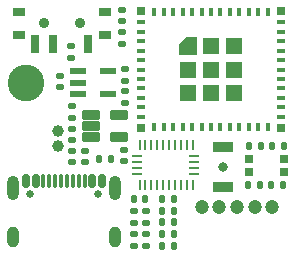
<source format=gts>
G04 #@! TF.GenerationSoftware,KiCad,Pcbnew,8.0.2*
G04 #@! TF.CreationDate,2024-11-03T01:21:08-07:00*
G04 #@! TF.ProjectId,uSlime,75536c69-6d65-42e6-9b69-6361645f7063,rev?*
G04 #@! TF.SameCoordinates,Original*
G04 #@! TF.FileFunction,Soldermask,Top*
G04 #@! TF.FilePolarity,Negative*
%FSLAX46Y46*%
G04 Gerber Fmt 4.6, Leading zero omitted, Abs format (unit mm)*
G04 Created by KiCad (PCBNEW 8.0.2) date 2024-11-03 01:21:08*
%MOMM*%
%LPD*%
G01*
G04 APERTURE LIST*
G04 Aperture macros list*
%AMRoundRect*
0 Rectangle with rounded corners*
0 $1 Rounding radius*
0 $2 $3 $4 $5 $6 $7 $8 $9 X,Y pos of 4 corners*
0 Add a 4 corners polygon primitive as box body*
4,1,4,$2,$3,$4,$5,$6,$7,$8,$9,$2,$3,0*
0 Add four circle primitives for the rounded corners*
1,1,$1+$1,$2,$3*
1,1,$1+$1,$4,$5*
1,1,$1+$1,$6,$7*
1,1,$1+$1,$8,$9*
0 Add four rect primitives between the rounded corners*
20,1,$1+$1,$2,$3,$4,$5,0*
20,1,$1+$1,$4,$5,$6,$7,0*
20,1,$1+$1,$6,$7,$8,$9,0*
20,1,$1+$1,$8,$9,$2,$3,0*%
%AMFreePoly0*
4,1,6,0.725000,-0.725000,-0.725000,-0.725000,-0.725000,0.125000,-0.125000,0.725000,0.725000,0.725000,0.725000,-0.725000,0.725000,-0.725000,$1*%
G04 Aperture macros list end*
%ADD10RoundRect,0.147500X-0.172500X0.147500X-0.172500X-0.147500X0.172500X-0.147500X0.172500X0.147500X0*%
%ADD11C,1.200000*%
%ADD12RoundRect,0.135000X-0.135000X-0.185000X0.135000X-0.185000X0.135000X0.185000X-0.135000X0.185000X0*%
%ADD13RoundRect,0.135000X0.135000X0.185000X-0.135000X0.185000X-0.135000X-0.185000X0.135000X-0.185000X0*%
%ADD14R,0.800000X0.700000*%
%ADD15RoundRect,0.135000X0.185000X-0.135000X0.185000X0.135000X-0.185000X0.135000X-0.185000X-0.135000X0*%
%ADD16RoundRect,0.140000X0.170000X-0.140000X0.170000X0.140000X-0.170000X0.140000X-0.170000X-0.140000X0*%
%ADD17RoundRect,0.140000X0.140000X0.170000X-0.140000X0.170000X-0.140000X-0.170000X0.140000X-0.170000X0*%
%ADD18RoundRect,0.140000X-0.170000X0.140000X-0.170000X-0.140000X0.170000X-0.140000X0.170000X0.140000X0*%
%ADD19C,0.650000*%
%ADD20RoundRect,0.150000X-0.150000X-0.425000X0.150000X-0.425000X0.150000X0.425000X-0.150000X0.425000X0*%
%ADD21RoundRect,0.075000X-0.075000X-0.500000X0.075000X-0.500000X0.075000X0.500000X-0.075000X0.500000X0*%
%ADD22O,1.000000X2.100000*%
%ADD23O,1.000000X1.800000*%
%ADD24RoundRect,0.135000X-0.185000X0.135000X-0.185000X-0.135000X0.185000X-0.135000X0.185000X0.135000X0*%
%ADD25RoundRect,0.140000X-0.140000X-0.170000X0.140000X-0.170000X0.140000X0.170000X-0.140000X0.170000X0*%
%ADD26R,0.250000X0.914400*%
%ADD27R,0.812800X0.250000*%
%ADD28C,3.100000*%
%ADD29R,1.320800X0.508000*%
%ADD30R,0.800000X0.400000*%
%ADD31R,0.400000X0.800000*%
%ADD32FreePoly0,0.000000*%
%ADD33R,1.450000X1.450000*%
%ADD34R,0.700000X0.700000*%
%ADD35C,0.900000*%
%ADD36R,0.700000X1.500000*%
%ADD37R,1.000000X0.800000*%
%ADD38C,0.800000*%
%ADD39R,1.700000X0.900000*%
%ADD40C,1.000000*%
%ADD41RoundRect,0.060300X-0.716700X0.341700X-0.716700X-0.341700X0.716700X-0.341700X0.716700X0.341700X0*%
G04 APERTURE END LIST*
D10*
X107950000Y-102015000D03*
X107950000Y-102985000D03*
D11*
X117795000Y-106800000D03*
X119295000Y-106800000D03*
X120795000Y-106800000D03*
X122295000Y-106800000D03*
X123795000Y-106800000D03*
D12*
X121790000Y-101600000D03*
X122810000Y-101600000D03*
D13*
X115460000Y-108100000D03*
X114440000Y-108100000D03*
D14*
X121850000Y-103800000D03*
X121850000Y-102700000D03*
X124750000Y-102700000D03*
X124750000Y-103800000D03*
D15*
X111300000Y-96110000D03*
X111300000Y-95090000D03*
D16*
X105850000Y-96630000D03*
X105850000Y-95670000D03*
D12*
X114440000Y-107100000D03*
X115460000Y-107100000D03*
D16*
X111100000Y-91030000D03*
X111100000Y-90070000D03*
D17*
X124680000Y-104900000D03*
X123720000Y-104900000D03*
D18*
X106800000Y-100150000D03*
X106800000Y-101110000D03*
D19*
X103260000Y-105645000D03*
X109040000Y-105645000D03*
D20*
X102950000Y-104570000D03*
X103750000Y-104570000D03*
D21*
X104900000Y-104570000D03*
X105900000Y-104570000D03*
X106400000Y-104570000D03*
X107400000Y-104570000D03*
D20*
X108550000Y-104570000D03*
X109350000Y-104570000D03*
X109350000Y-104570000D03*
X108550000Y-104570000D03*
D21*
X107900000Y-104570000D03*
X106900000Y-104570000D03*
X105400000Y-104570000D03*
X104400000Y-104570000D03*
D20*
X103750000Y-104570000D03*
X102950000Y-104570000D03*
D22*
X101830000Y-105145000D03*
D23*
X101830000Y-109325000D03*
D22*
X110470000Y-105145000D03*
D23*
X110470000Y-109325000D03*
D13*
X115460000Y-106100000D03*
X114440000Y-106100000D03*
D15*
X113100000Y-110110000D03*
X113100000Y-109090000D03*
D12*
X123740000Y-101600000D03*
X124760000Y-101600000D03*
D15*
X113100000Y-108110000D03*
X113100000Y-107090000D03*
D24*
X112100000Y-107090000D03*
X112100000Y-108110000D03*
D10*
X106800000Y-98265000D03*
X106800000Y-99235000D03*
D18*
X111200000Y-101920000D03*
X111200000Y-102880000D03*
D25*
X121770000Y-104900000D03*
X122730000Y-104900000D03*
D12*
X109090000Y-102750000D03*
X110110000Y-102750000D03*
D15*
X106750000Y-94210000D03*
X106750000Y-93190000D03*
D12*
X114440000Y-109100000D03*
X115460000Y-109100000D03*
D26*
X112552600Y-101572670D03*
D27*
X112361600Y-102500000D03*
X112361600Y-103003070D03*
X112361600Y-103503070D03*
X112361600Y-104003060D03*
D26*
X112552600Y-104925470D03*
X113052600Y-104925470D03*
X113552600Y-104925470D03*
X114052600Y-104925470D03*
X114552600Y-104925470D03*
X115052600Y-104925470D03*
X115552600Y-104925470D03*
X116052600Y-104925470D03*
X116552600Y-104925470D03*
X117060600Y-104925470D03*
D27*
X117187600Y-104003070D03*
X117187600Y-103503070D03*
X117187600Y-103003070D03*
X117187600Y-102500000D03*
D26*
X117060600Y-101572670D03*
X116552600Y-101572670D03*
X116052600Y-101572670D03*
X115552600Y-101572670D03*
X115052600Y-101572670D03*
X114552600Y-101572670D03*
X114052600Y-101572670D03*
X113552600Y-101572670D03*
X113052600Y-101572670D03*
D24*
X111300000Y-96990000D03*
X111300000Y-98010000D03*
D25*
X112070000Y-106100000D03*
X113030000Y-106100000D03*
D24*
X112100000Y-109090000D03*
X112100000Y-110110000D03*
D28*
X102900000Y-96300000D03*
D29*
X107304600Y-95299999D03*
X107304600Y-96250000D03*
X107304600Y-97200001D03*
X109895400Y-97200001D03*
X109895400Y-95299999D03*
D15*
X111100000Y-92960000D03*
X111100000Y-91940000D03*
D30*
X112700000Y-91150000D03*
X112700000Y-91950000D03*
X112700000Y-92750000D03*
X112700000Y-93550000D03*
X112700000Y-94350000D03*
X112700000Y-95150000D03*
X112700000Y-95950000D03*
X112700000Y-96750000D03*
X112700000Y-97550000D03*
X112700000Y-98350000D03*
X112700000Y-99150000D03*
D31*
X113800000Y-100050000D03*
X114600000Y-100050000D03*
X115400000Y-100050000D03*
X116200000Y-100050000D03*
X117000000Y-100050000D03*
X117800000Y-100050000D03*
X118600000Y-100050000D03*
X119400000Y-100050000D03*
X120200000Y-100050000D03*
X121000000Y-100050000D03*
X121800000Y-100050000D03*
X122600000Y-100050000D03*
X123400000Y-100050000D03*
D30*
X124500000Y-99150000D03*
X124500000Y-98350000D03*
X124500000Y-97550000D03*
X124500000Y-96750000D03*
X124500000Y-95950000D03*
X124500000Y-95150000D03*
X124500000Y-94350000D03*
X124500000Y-93550000D03*
X124500000Y-92750000D03*
X124500000Y-91950000D03*
X124500000Y-91150000D03*
D31*
X123400000Y-90250000D03*
X122600000Y-90250000D03*
X121800000Y-90250000D03*
X121000000Y-90250000D03*
X120200000Y-90250000D03*
X119400000Y-90250000D03*
X118600000Y-90250000D03*
X117800000Y-90250000D03*
X117000000Y-90250000D03*
X116200000Y-90250000D03*
X115400000Y-90250000D03*
X114600000Y-90250000D03*
X113800000Y-90250000D03*
D32*
X116625000Y-93175000D03*
D33*
X116625000Y-95150000D03*
X116625000Y-97125000D03*
X118600000Y-93175000D03*
X118600000Y-95150000D03*
X118600000Y-97125000D03*
X120575000Y-93175000D03*
X120575000Y-95150000D03*
X120575000Y-97125000D03*
D34*
X124550000Y-90200000D03*
X124550000Y-100100000D03*
X112650000Y-100100000D03*
X112650000Y-90200000D03*
D12*
X114440000Y-110100000D03*
X115460000Y-110100000D03*
D35*
X107475000Y-91225000D03*
X104475000Y-91225000D03*
D36*
X105225000Y-92975000D03*
D37*
X109625000Y-92190000D03*
X109625000Y-90260000D03*
X102325000Y-92190000D03*
X102325000Y-90260000D03*
D36*
X103725000Y-92975000D03*
X108225000Y-92975000D03*
D38*
X119650000Y-103400000D03*
D39*
X119650000Y-105100000D03*
X119650000Y-101700000D03*
D40*
X105619000Y-100375000D03*
X105619000Y-101625000D03*
D41*
X108415000Y-99000000D03*
X108415000Y-99950000D03*
X108415000Y-100900000D03*
X110785000Y-100900000D03*
X110785000Y-99000000D03*
D16*
X106800000Y-102980000D03*
X106800000Y-102020000D03*
M02*

</source>
